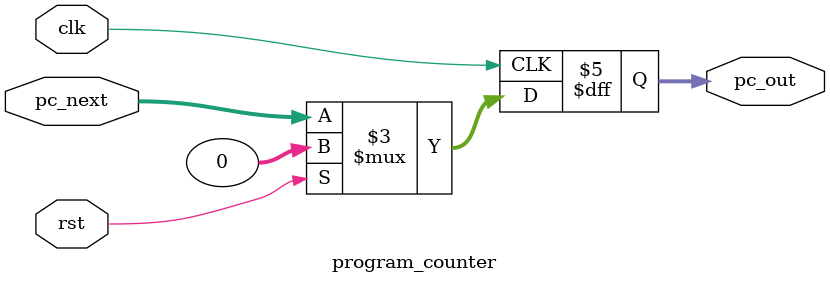
<source format=sv>

module program_counter(
    input  logic        clk,
    input  logic        rst,
    input  logic [31:0] pc_next,
    output logic [31:0] pc_out
);

always_ff @(posedge clk) begin
    if (rst)
        pc_out <= 32'd0;
    else
        pc_out <= pc_next;
end

endmodule
</source>
